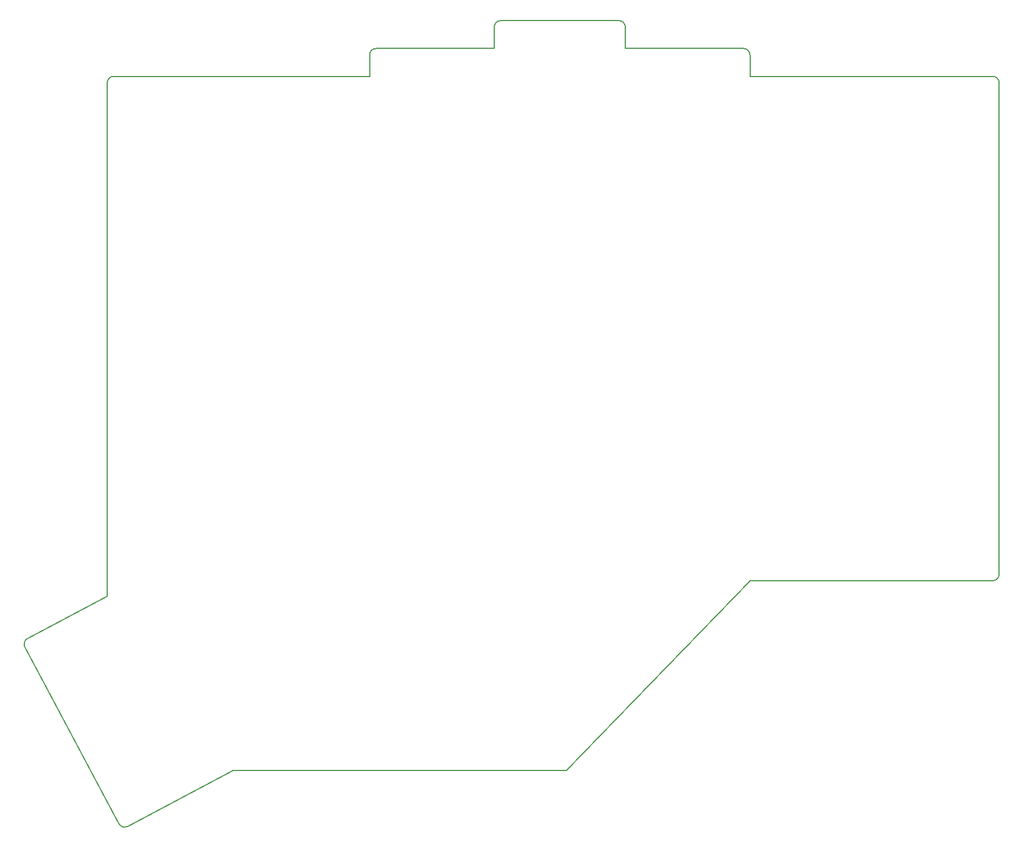
<source format=gbr>
%TF.GenerationSoftware,KiCad,Pcbnew,(6.0.4)*%
%TF.CreationDate,2023-12-12T22:18:02-08:00*%
%TF.ProjectId,keyboard,6b657962-6f61-4726-942e-6b696361645f,v1.0.0*%
%TF.SameCoordinates,Original*%
%TF.FileFunction,Profile,NP*%
%FSLAX46Y46*%
G04 Gerber Fmt 4.6, Leading zero omitted, Abs format (unit mm)*
G04 Created by KiCad (PCBNEW (6.0.4)) date 2023-12-12 22:18:02*
%MOMM*%
%LPD*%
G01*
G04 APERTURE LIST*
%TA.AperFunction,Profile*%
%ADD10C,0.150000*%
%TD*%
G04 APERTURE END LIST*
D10*
X217000000Y-80750000D02*
G75*
G03*
X216000000Y-79750000I-1000000J0D01*
G01*
X138074795Y-190000000D02*
X189000000Y-190000000D01*
X119000000Y-163336829D02*
X106859833Y-169791871D01*
X254000000Y-161000000D02*
G75*
G03*
X255000000Y-160000000I0J1000000D01*
G01*
X255000000Y-85000000D02*
G75*
G03*
X254000000Y-84000000I-1000000J0D01*
G01*
X160000000Y-79750000D02*
G75*
G03*
X159000000Y-80750000I0J-1000000D01*
G01*
X160000000Y-79750000D02*
X178000000Y-79750000D01*
X198000000Y-79750000D02*
X198000000Y-76500000D01*
X106446357Y-171144290D02*
X120765240Y-198074192D01*
X138010715Y-190037178D02*
G75*
G03*
X138074795Y-190000000I-469815J883578D01*
G01*
X198000000Y-79750000D02*
X216000000Y-79750000D01*
X217000000Y-84000000D02*
X254000000Y-84000000D01*
X197000000Y-75500000D02*
X179000000Y-75500000D01*
X179000000Y-75500000D02*
G75*
G03*
X178000000Y-76500000I0J-1000000D01*
G01*
X120000000Y-84000000D02*
X159000000Y-84000000D01*
X217033333Y-161000000D02*
X254000000Y-161000000D01*
X122117659Y-198487668D02*
X138010716Y-190037180D01*
X178000000Y-76500000D02*
X178000000Y-79750000D01*
X217033333Y-161000000D02*
X189000000Y-190000000D01*
X106859822Y-169791851D02*
G75*
G03*
X106446358Y-171144290I469478J-882949D01*
G01*
X217000000Y-84000000D02*
X217000000Y-80750000D01*
X198000000Y-76500000D02*
G75*
G03*
X197000000Y-75500000I-1000000J0D01*
G01*
X120765248Y-198074188D02*
G75*
G03*
X122117659Y-198487667I882952J469488D01*
G01*
X255000000Y-160000000D02*
X255000000Y-85000000D01*
X119000000Y-85000000D02*
X119000000Y-163336829D01*
X120000000Y-84000000D02*
G75*
G03*
X119000000Y-85000000I0J-1000000D01*
G01*
X159000000Y-80750000D02*
X159000000Y-84000000D01*
M02*

</source>
